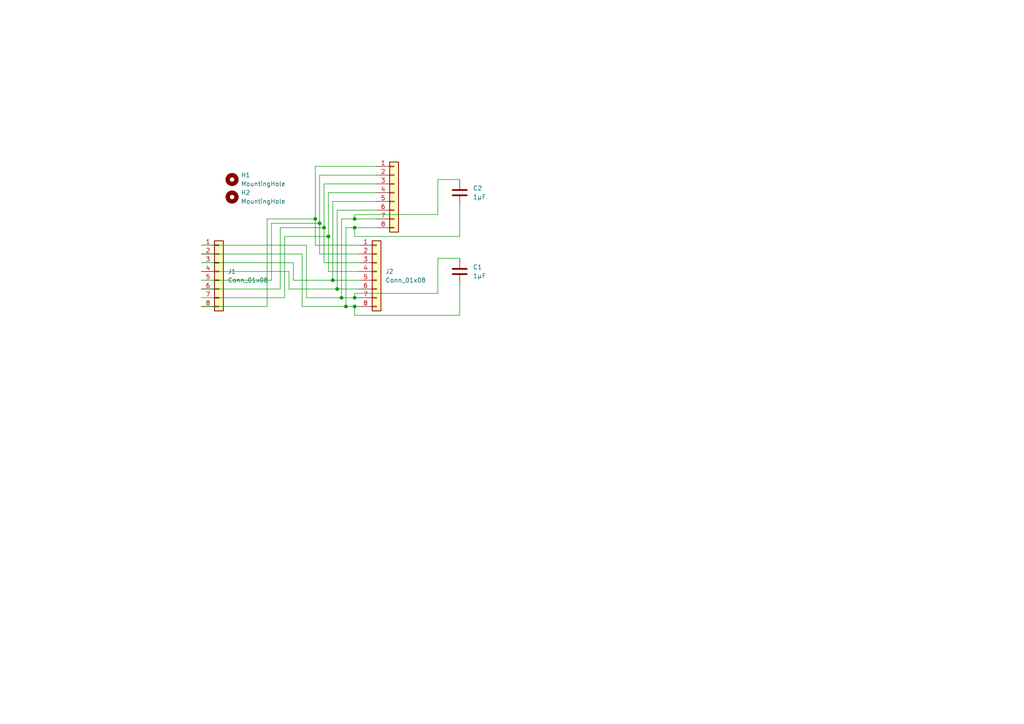
<source format=kicad_sch>
(kicad_sch (version 20230121) (generator eeschema)
  (paper "A4")
  (lib_symbols
    (symbol "Connector_Generic:Conn_01x08" (pin_names (offset 1.016) hide)
      (property "Reference" "J" (at 0 10.16 0))
      (property "Value" "Conn_01x08" (at 0 -12.7 0))
      (symbol "Conn_01x08_1_1"
        (rectangle (start -1.27 -10.033) (end 0 -10.287) (stroke (width 0.1524)))
        (rectangle (start -1.27 -7.493) (end 0 -7.747) (stroke (width 0.1524)))
        (rectangle (start -1.27 -4.953) (end 0 -5.207) (stroke (width 0.1524)))
        (rectangle (start -1.27 -2.413) (end 0 -2.667) (stroke (width 0.1524)))
        (rectangle (start -1.27 0.127) (end 0 -0.127) (stroke (width 0.1524)))
        (rectangle (start -1.27 2.667) (end 0 2.413) (stroke (width 0.1524)))
        (rectangle (start -1.27 5.207) (end 0 4.953) (stroke (width 0.1524)))
        (rectangle (start -1.27 7.747) (end 0 7.493) (stroke (width 0.1524)))
        (rectangle (start -1.27 8.89) (end 1.27 -11.43) (stroke (width 0.254)) (fill (type background)))
        (pin passive line (at -5.08 7.62 0) (length 3.81) (name "Pin_1") (number "1"))
        (pin passive line (at -5.08 5.08 0) (length 3.81) (name "Pin_2") (number "2"))
        (pin passive line (at -5.08 2.54 0) (length 3.81) (name "Pin_3") (number "3"))
        (pin passive line (at -5.08 0 0) (length 3.81) (name "Pin_4") (number "4"))
        (pin passive line (at -5.08 -2.54 0) (length 3.81) (name "Pin_5") (number "5"))
        (pin passive line (at -5.08 -5.08 0) (length 3.81) (name "Pin_6") (number "6"))
        (pin passive line (at -5.08 -7.62 0) (length 3.81) (name "Pin_7") (number "7"))
        (pin passive line (at -5.08 -10.16 0) (length 3.81) (name "Pin_8") (number "8"))
      )
    )
    (symbol "Device:C" (pin_numbers hide) (pin_names (offset 0.254))
      (property "Reference" "C" (at 0.635 2.54 0))
      (property "Value" "C" (at 0.635 -2.54 0))
      (symbol "C_0_1"
        (polyline (pts (xy -2.032 -0.762) (xy 2.032 -0.762)) (stroke (width 0.508)))
        (polyline (pts (xy -2.032 0.762) (xy 2.032 0.762)) (stroke (width 0.508)))
      )
      (symbol "C_1_1"
        (pin passive line (at 0 3.81 270) (length 2.794) (name "~") (number "1"))
        (pin passive line (at 0 -3.81 90) (length 2.794) (name "~") (number "2"))
      )
    )
    (symbol "Mechanical:MountingHole" (pin_names (offset 1.016))
      (property "Reference" "H" (at 0 5.08 0))
      (property "Value" "MountingHole" (at 0 3.175 0))
      (symbol "MountingHole_0_1"
        (circle (center 0 0) (radius 1.27) (stroke (width 1.27)))
      )
    )
  )
  (junction (at 102.87 88.9))
  (junction (at 96.52 81.28))
  (junction (at 99.06 86.36))
  (junction (at 102.87 86.36))
  (junction (at 93.98 66.04))
  (junction (at 91.44 63.5))
  (junction (at 97.79 83.82))
  (junction (at 102.87 63.5))
  (junction (at 95.25 68.58))
  (junction (at 92.71 64.77))
  (junction (at 100.33 88.9))
  (junction (at 102.87 66.04))
  (wire (pts (xy 82.55 68.58) (xy 95.25 68.58)))
  (wire (pts (xy 96.52 81.28) (xy 96.52 58.42)))
  (wire (pts (xy 92.71 64.77) (xy 92.71 50.8)))
  (wire (pts (xy 78.74 81.28) (xy 78.74 64.77)))
  (wire (pts (xy 58.42 71.12) (xy 88.9 71.12)))
  (wire (pts (xy 104.14 81.28) (xy 96.52 81.28)))
  (wire (pts (xy 102.87 66.04) (xy 109.22 66.04)))
  (wire (pts (xy 97.79 60.96) (xy 109.22 60.96)))
  (wire (pts (xy 58.42 81.28) (xy 78.74 81.28)))
  (wire (pts (xy 102.87 91.44) (xy 133.35 91.44)))
  (wire (pts (xy 92.71 73.66) (xy 92.71 64.77)))
  (wire (pts (xy 77.47 63.5) (xy 91.44 63.5)))
  (wire (pts (xy 58.42 76.2) (xy 85.09 76.2)))
  (wire (pts (xy 102.87 86.36) (xy 104.14 86.36)))
  (wire (pts (xy 87.63 88.9) (xy 100.33 88.9)))
  (wire (pts (xy 82.55 86.36) (xy 82.55 68.58)))
  (wire (pts (xy 81.28 83.82) (xy 81.28 66.04)))
  (wire (pts (xy 96.52 58.42) (xy 109.22 58.42)))
  (wire (pts (xy 83.82 78.74) (xy 83.82 83.82)))
  (wire (pts (xy 95.25 55.88) (xy 109.22 55.88)))
  (wire (pts (xy 127 62.23) (xy 127 52.07)))
  (wire (pts (xy 104.14 83.82) (xy 97.79 83.82)))
  (wire (pts (xy 91.44 71.12) (xy 91.44 63.5)))
  (wire (pts (xy 95.25 68.58) (xy 95.25 78.74)))
  (wire (pts (xy 88.9 71.12) (xy 88.9 86.36)))
  (wire (pts (xy 102.87 62.23) (xy 127 62.23)))
  (wire (pts (xy 104.14 78.74) (xy 95.25 78.74)))
  (wire (pts (xy 133.35 68.58) (xy 133.35 59.69)))
  (wire (pts (xy 58.42 86.36) (xy 82.55 86.36)))
  (wire (pts (xy 102.87 63.5) (xy 109.22 63.5)))
  (wire (pts (xy 102.87 63.5) (xy 102.87 62.23)))
  (wire (pts (xy 85.09 81.28) (xy 96.52 81.28)))
  (wire (pts (xy 58.42 78.74) (xy 83.82 78.74)))
  (wire (pts (xy 104.14 88.9) (xy 102.87 88.9)))
  (wire (pts (xy 91.44 48.26) (xy 109.22 48.26)))
  (wire (pts (xy 133.35 91.44) (xy 133.35 82.55)))
  (wire (pts (xy 100.33 66.04) (xy 102.87 66.04)))
  (wire (pts (xy 88.9 86.36) (xy 99.06 86.36)))
  (wire (pts (xy 102.87 88.9) (xy 102.87 91.44)))
  (wire (pts (xy 102.87 88.9) (xy 100.33 88.9)))
  (wire (pts (xy 87.63 73.66) (xy 87.63 88.9)))
  (wire (pts (xy 102.87 85.09) (xy 127 85.09)))
  (wire (pts (xy 92.71 50.8) (xy 109.22 50.8)))
  (wire (pts (xy 58.42 88.9) (xy 77.47 88.9)))
  (wire (pts (xy 97.79 83.82) (xy 97.79 60.96)))
  (wire (pts (xy 104.14 76.2) (xy 93.98 76.2)))
  (wire (pts (xy 100.33 88.9) (xy 100.33 66.04)))
  (wire (pts (xy 127 85.09) (xy 127 74.93)))
  (wire (pts (xy 85.09 76.2) (xy 85.09 81.28)))
  (wire (pts (xy 99.06 63.5) (xy 99.06 86.36)))
  (wire (pts (xy 77.47 88.9) (xy 77.47 63.5)))
  (wire (pts (xy 93.98 53.34) (xy 109.22 53.34)))
  (wire (pts (xy 78.74 64.77) (xy 92.71 64.77)))
  (wire (pts (xy 99.06 63.5) (xy 102.87 63.5)))
  (wire (pts (xy 102.87 66.04) (xy 102.87 68.58)))
  (wire (pts (xy 99.06 86.36) (xy 102.87 86.36)))
  (wire (pts (xy 104.14 73.66) (xy 92.71 73.66)))
  (wire (pts (xy 95.25 55.88) (xy 95.25 68.58)))
  (wire (pts (xy 127 74.93) (xy 133.35 74.93)))
  (wire (pts (xy 102.87 68.58) (xy 133.35 68.58)))
  (wire (pts (xy 104.14 71.12) (xy 91.44 71.12)))
  (wire (pts (xy 102.87 86.36) (xy 102.87 85.09)))
  (wire (pts (xy 93.98 66.04) (xy 93.98 53.34)))
  (wire (pts (xy 58.42 73.66) (xy 87.63 73.66)))
  (wire (pts (xy 83.82 83.82) (xy 97.79 83.82)))
  (wire (pts (xy 58.42 83.82) (xy 81.28 83.82)))
  (wire (pts (xy 93.98 76.2) (xy 93.98 66.04)))
  (wire (pts (xy 127 52.07) (xy 133.35 52.07)))
  (wire (pts (xy 81.28 66.04) (xy 93.98 66.04)))
  (wire (pts (xy 91.44 63.5) (xy 91.44 48.26)))
  (symbol (lib_id "Device:C") (at 133.35 78.74 0) (unit 1)
    (property "Reference" "C1" (at 137.16 77.47 0) (effects (justify left)))
    (property "Value" "1µF" (at 137.16 80.01 0) (effects (justify left)))
    (property "Footprint" "Capacitor_SMD:C_0805_2012Metric_Pad1.18x1.45mm_HandSolder" (effects hide))
  )
  (symbol (lib_id "Device:C") (at 133.35 55.88 0) (unit 1)
    (property "Reference" "C2" (at 137.16 54.61 0) (effects (justify left)))
    (property "Value" "1µF" (at 137.16 57.15 0) (effects (justify left)))
    (property "Footprint" "Capacitor_SMD:C_0805_2012Metric_Pad1.18x1.45mm_HandSolder" (effects hide))
  )
  (symbol (lib_id "Mechanical:MountingHole") (at 67.31 57.15 0) (unit 1)
    (property "Reference" "H2" (at 69.85 55.88 0) (effects (justify left)))
    (property "Value" "MountingHole" (at 69.85 58.42 0) (effects (justify left)))
    (property "Footprint" "MountingHole:MountingHole_2.5mm" (effects hide))
  )
  (symbol (lib_id "Connector_Generic:Conn_01x08") (at 63.5 78.74 0) (unit 1)
    (property "Reference" "J1" (at 66.04 78.74 0) (effects (justify left)))
    (property "Value" "Conn_01x08" (at 66.04 81.28 0) (effects (justify left)))
    (property "Footprint" "Connector_PinSocket_2.54mm:PinSocket_1x08_P2.54mm_Vertical" (effects hide))
  )
  (symbol (lib_id "Mechanical:MountingHole") (at 67.31 52.07 0) (unit 1)
    (property "Reference" "H1" (at 69.85 50.8 0) (effects (justify left)))
    (property "Value" "MountingHole" (at 69.85 53.34 0) (effects (justify left)))
    (property "Footprint" "MountingHole:MountingHole_2.5mm" (effects hide))
  )
  (symbol (lib_id "Connector_Generic:Conn_01x08") (at 114.3 55.88 0) (unit 1)
    (property "Reference" "J3" (effects hide))
    (property "Value" "Conn_01x08" (effects hide))
    (property "Footprint" "Connector_PinSocket_2.54mm:PinSocket_1x08_P2.54mm_Vertical" (effects hide))
  )
  (symbol (lib_id "Connector_Generic:Conn_01x08") (at 109.22 78.74 0) (unit 1)
    (property "Reference" "J2" (at 111.76 78.74 0) (effects (justify left)))
    (property "Value" "Conn_01x08" (at 111.76 81.28 0) (effects (justify left)))
    (property "Footprint" "Connector_PinSocket_2.54mm:PinSocket_1x08_P2.54mm_Vertical" (effects hide))
  )
)
</source>
